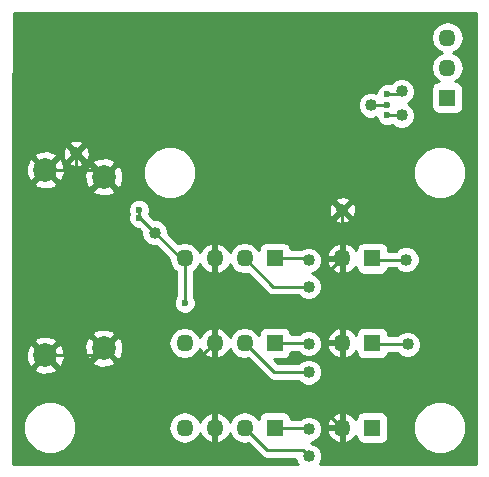
<source format=gbr>
G04 #@! TF.FileFunction,Copper,L2,Bot,Signal*
%FSLAX46Y46*%
G04 Gerber Fmt 4.6, Leading zero omitted, Abs format (unit mm)*
G04 Created by KiCad (PCBNEW 4.0.2-stable) date Monday, September 10, 2018 'AMt' 08:27:29 AM*
%MOMM*%
G01*
G04 APERTURE LIST*
%ADD10C,0.050000*%
%ADD11C,2.000000*%
%ADD12R,1.450000X1.450000*%
%ADD13O,1.450000X1.450000*%
%ADD14C,1.016000*%
%ADD15C,0.600000*%
%ADD16C,0.250000*%
%ADD17C,0.254000*%
G04 APERTURE END LIST*
D10*
D11*
X105032000Y-75970000D03*
X105032000Y-91670000D03*
X109982000Y-76570000D03*
X109982000Y-91070000D03*
D12*
X139065000Y-69850000D03*
D13*
X139065000Y-67310000D03*
X139065000Y-64770000D03*
D12*
X124460000Y-83464400D03*
D13*
X121920000Y-83464400D03*
X119380000Y-83464400D03*
X116840000Y-83464400D03*
D12*
X124460000Y-90627200D03*
D13*
X121920000Y-90627200D03*
X119380000Y-90627200D03*
X116840000Y-90627200D03*
D12*
X124460000Y-97790000D03*
D13*
X121920000Y-97790000D03*
X119380000Y-97790000D03*
X116840000Y-97790000D03*
D12*
X132715000Y-83464400D03*
D13*
X130175000Y-83464400D03*
D12*
X132715000Y-90627200D03*
D13*
X130175000Y-90627200D03*
D12*
X132715000Y-97790000D03*
D13*
X130175000Y-97790000D03*
D14*
X127317500Y-83629500D03*
X127317500Y-85852000D03*
X127317500Y-90678000D03*
X127317500Y-93091000D03*
X127317500Y-97917000D03*
X127317500Y-100203000D03*
X135572500Y-83566000D03*
X135699500Y-90741500D03*
X114300000Y-81280000D03*
X130175000Y-79375000D03*
X135204200Y-71348600D03*
X107645200Y-74574400D03*
X132613400Y-70485000D03*
X135204200Y-69316600D03*
D15*
X108940600Y-83566000D03*
X108940600Y-86563200D03*
X108940600Y-85039200D03*
X108940600Y-80264000D03*
X108940600Y-81076800D03*
X133985000Y-69545200D03*
X133985000Y-70485000D03*
X134003655Y-71350243D03*
X116840000Y-87249000D03*
X112953800Y-79349600D03*
X112953800Y-80060800D03*
D16*
X105032000Y-75970000D02*
X107569000Y-75970000D01*
X107569000Y-75970000D02*
X109382000Y-75970000D01*
X107645200Y-74574400D02*
X107645200Y-75893800D01*
X107645200Y-75893800D02*
X107569000Y-75970000D01*
X130175000Y-81280000D02*
X130175000Y-79375000D01*
X128905000Y-90627200D02*
X128905000Y-96520000D01*
X128905000Y-96520000D02*
X130175000Y-97790000D01*
X130175000Y-90627200D02*
X129149696Y-90627200D01*
X129149696Y-90627200D02*
X128905000Y-90627200D01*
X130175000Y-83464400D02*
X128905000Y-84734400D01*
X128905000Y-84734400D02*
X128905000Y-86995000D01*
X130175000Y-81280000D02*
X130175000Y-83464400D01*
X109982000Y-91070000D02*
X110981999Y-92069999D01*
X118655001Y-91352199D02*
X119380000Y-90627200D01*
X110981999Y-92069999D02*
X117937201Y-92069999D01*
X117937201Y-92069999D02*
X118655001Y-91352199D01*
X119380000Y-86995000D02*
X119380000Y-90627200D01*
X119380000Y-83464400D02*
X119380000Y-86995000D01*
X119380000Y-86995000D02*
X128905000Y-86995000D01*
X128905000Y-86995000D02*
X128905000Y-90627200D01*
X119380000Y-90627200D02*
X119380000Y-91652504D01*
X119380000Y-91652504D02*
X119380000Y-97790000D01*
X108940600Y-81076800D02*
X108940600Y-83566000D01*
X108940600Y-83566000D02*
X108940600Y-85039200D01*
X108940600Y-85039200D02*
X108940600Y-86563200D01*
X108940600Y-86563200D02*
X108940600Y-90028600D01*
X105032000Y-91670000D02*
X109382000Y-91670000D01*
X109382000Y-91670000D02*
X109982000Y-91070000D01*
X108940600Y-90028600D02*
X109982000Y-91070000D01*
X109382000Y-75970000D02*
X109982000Y-76570000D01*
X108940600Y-81076800D02*
X108940600Y-80264000D01*
X108940600Y-80264000D02*
X108940600Y-79878600D01*
X108940600Y-79878600D02*
X105032000Y-75970000D01*
X133985000Y-69545200D02*
X134975600Y-69545200D01*
X134975600Y-69545200D02*
X135204200Y-69316600D01*
X133985000Y-70485000D02*
X132613400Y-70485000D01*
X134003655Y-71350243D02*
X135202557Y-71350243D01*
X135202557Y-71350243D02*
X135204200Y-71348600D01*
X133985000Y-71368898D02*
X134003655Y-71350243D01*
X124460000Y-97790000D02*
X127190500Y-97790000D01*
X127190500Y-97790000D02*
X127317500Y-97917000D01*
X127317500Y-100203000D02*
X126809501Y-99695001D01*
X126809501Y-99695001D02*
X123825001Y-99695001D01*
X123825001Y-99695001D02*
X122644999Y-98514999D01*
X122644999Y-98514999D02*
X121920000Y-97790000D01*
X124460000Y-90627200D02*
X127266700Y-90627200D01*
X127266700Y-90627200D02*
X127317500Y-90678000D01*
X127317500Y-93091000D02*
X124383800Y-93091000D01*
X124383800Y-93091000D02*
X121920000Y-90627200D01*
X124460000Y-83464400D02*
X127152400Y-83464400D01*
X127152400Y-83464400D02*
X127317500Y-83629500D01*
X127317500Y-85852000D02*
X124307600Y-85852000D01*
X124307600Y-85852000D02*
X121920000Y-83464400D01*
X135572500Y-83566000D02*
X132816600Y-83566000D01*
X132816600Y-83566000D02*
X132715000Y-83464400D01*
X135699500Y-90741500D02*
X132829300Y-90741500D01*
X132829300Y-90741500D02*
X132715000Y-90627200D01*
X116840000Y-83464400D02*
X116840000Y-87249000D01*
X114300000Y-81280000D02*
X116484400Y-83464400D01*
X116484400Y-83464400D02*
X116840000Y-83464400D01*
X112953800Y-80060800D02*
X113080800Y-80060800D01*
X113080800Y-80060800D02*
X114300000Y-81280000D01*
X112953800Y-80060800D02*
X112953800Y-79349600D01*
D17*
G36*
X141530000Y-100890000D02*
X128247159Y-100890000D01*
X128285923Y-100851303D01*
X128460301Y-100431354D01*
X128460698Y-99976641D01*
X128287054Y-99556388D01*
X127965803Y-99234577D01*
X127545854Y-99060199D01*
X127543861Y-99060197D01*
X127964112Y-98886554D01*
X128285923Y-98565303D01*
X128460301Y-98145354D01*
X128460316Y-98127258D01*
X128857481Y-98127258D01*
X129004887Y-98483157D01*
X129359216Y-98878176D01*
X129837741Y-99107530D01*
X130048000Y-98985318D01*
X130048000Y-97917000D01*
X128980482Y-97917000D01*
X128857481Y-98127258D01*
X128460316Y-98127258D01*
X128460698Y-97690641D01*
X128362401Y-97452742D01*
X128857481Y-97452742D01*
X128980482Y-97663000D01*
X130048000Y-97663000D01*
X130048000Y-96594682D01*
X130302000Y-96594682D01*
X130302000Y-97663000D01*
X130322000Y-97663000D01*
X130322000Y-97917000D01*
X130302000Y-97917000D01*
X130302000Y-98985318D01*
X130512259Y-99107530D01*
X130990784Y-98878176D01*
X131342560Y-98486003D01*
X131342560Y-98515000D01*
X131386838Y-98750317D01*
X131525910Y-98966441D01*
X131738110Y-99111431D01*
X131990000Y-99162440D01*
X133440000Y-99162440D01*
X133675317Y-99118162D01*
X133891441Y-98979090D01*
X134036431Y-98766890D01*
X134087440Y-98515000D01*
X134087440Y-98232619D01*
X136194613Y-98232619D01*
X136534155Y-99054372D01*
X137162321Y-99683636D01*
X137983481Y-100024611D01*
X138872619Y-100025387D01*
X139694372Y-99685845D01*
X140323636Y-99057679D01*
X140664611Y-98236519D01*
X140665387Y-97347381D01*
X140325845Y-96525628D01*
X139697679Y-95896364D01*
X138876519Y-95555389D01*
X137987381Y-95554613D01*
X137165628Y-95894155D01*
X136536364Y-96522321D01*
X136195389Y-97343481D01*
X136194613Y-98232619D01*
X134087440Y-98232619D01*
X134087440Y-97065000D01*
X134043162Y-96829683D01*
X133904090Y-96613559D01*
X133691890Y-96468569D01*
X133440000Y-96417560D01*
X131990000Y-96417560D01*
X131754683Y-96461838D01*
X131538559Y-96600910D01*
X131393569Y-96813110D01*
X131342560Y-97065000D01*
X131342560Y-97093997D01*
X130990784Y-96701824D01*
X130512259Y-96472470D01*
X130302000Y-96594682D01*
X130048000Y-96594682D01*
X129837741Y-96472470D01*
X129359216Y-96701824D01*
X129004887Y-97096843D01*
X128857481Y-97452742D01*
X128362401Y-97452742D01*
X128287054Y-97270388D01*
X127965803Y-96948577D01*
X127545854Y-96774199D01*
X127091141Y-96773802D01*
X126670888Y-96947446D01*
X126588190Y-97030000D01*
X125825854Y-97030000D01*
X125788162Y-96829683D01*
X125649090Y-96613559D01*
X125436890Y-96468569D01*
X125185000Y-96417560D01*
X123735000Y-96417560D01*
X123499683Y-96461838D01*
X123283559Y-96600910D01*
X123138569Y-96813110D01*
X123087560Y-97065000D01*
X123087560Y-97096603D01*
X122908309Y-96828335D01*
X122467093Y-96533524D01*
X121946644Y-96430000D01*
X121893356Y-96430000D01*
X121372907Y-96533524D01*
X120931691Y-96828335D01*
X120636880Y-97269551D01*
X120631937Y-97294400D01*
X120550113Y-97096843D01*
X120195784Y-96701824D01*
X119717259Y-96472470D01*
X119507000Y-96594682D01*
X119507000Y-97663000D01*
X119527000Y-97663000D01*
X119527000Y-97917000D01*
X119507000Y-97917000D01*
X119507000Y-98985318D01*
X119717259Y-99107530D01*
X120195784Y-98878176D01*
X120550113Y-98483157D01*
X120631937Y-98285600D01*
X120636880Y-98310449D01*
X120931691Y-98751665D01*
X121372907Y-99046476D01*
X121893356Y-99150000D01*
X121946644Y-99150000D01*
X122162301Y-99107103D01*
X123287600Y-100232402D01*
X123534162Y-100397149D01*
X123825001Y-100455001D01*
X126184897Y-100455001D01*
X126347946Y-100849612D01*
X126388264Y-100890000D01*
X102310000Y-100890000D01*
X102310000Y-98232619D01*
X103174613Y-98232619D01*
X103514155Y-99054372D01*
X104142321Y-99683636D01*
X104963481Y-100024611D01*
X105852619Y-100025387D01*
X106674372Y-99685845D01*
X107303636Y-99057679D01*
X107644611Y-98236519D01*
X107645000Y-97790000D01*
X115453356Y-97790000D01*
X115556880Y-98310449D01*
X115851691Y-98751665D01*
X116292907Y-99046476D01*
X116813356Y-99150000D01*
X116866644Y-99150000D01*
X117387093Y-99046476D01*
X117828309Y-98751665D01*
X118123120Y-98310449D01*
X118128063Y-98285600D01*
X118209887Y-98483157D01*
X118564216Y-98878176D01*
X119042741Y-99107530D01*
X119253000Y-98985318D01*
X119253000Y-97917000D01*
X119233000Y-97917000D01*
X119233000Y-97663000D01*
X119253000Y-97663000D01*
X119253000Y-96594682D01*
X119042741Y-96472470D01*
X118564216Y-96701824D01*
X118209887Y-97096843D01*
X118128063Y-97294400D01*
X118123120Y-97269551D01*
X117828309Y-96828335D01*
X117387093Y-96533524D01*
X116866644Y-96430000D01*
X116813356Y-96430000D01*
X116292907Y-96533524D01*
X115851691Y-96828335D01*
X115556880Y-97269551D01*
X115453356Y-97790000D01*
X107645000Y-97790000D01*
X107645387Y-97347381D01*
X107305845Y-96525628D01*
X106677679Y-95896364D01*
X105856519Y-95555389D01*
X104967381Y-95554613D01*
X104145628Y-95894155D01*
X103516364Y-96522321D01*
X103175389Y-97343481D01*
X103174613Y-98232619D01*
X102310000Y-98232619D01*
X102310000Y-92822532D01*
X104059073Y-92822532D01*
X104157736Y-93089387D01*
X104767461Y-93315908D01*
X105417460Y-93291856D01*
X105906264Y-93089387D01*
X106004927Y-92822532D01*
X105032000Y-91849605D01*
X104059073Y-92822532D01*
X102310000Y-92822532D01*
X102310000Y-91405461D01*
X103386092Y-91405461D01*
X103410144Y-92055460D01*
X103612613Y-92544264D01*
X103879468Y-92642927D01*
X104852395Y-91670000D01*
X105211605Y-91670000D01*
X106184532Y-92642927D01*
X106451387Y-92544264D01*
X106570914Y-92222532D01*
X109009073Y-92222532D01*
X109107736Y-92489387D01*
X109717461Y-92715908D01*
X110367460Y-92691856D01*
X110856264Y-92489387D01*
X110954927Y-92222532D01*
X109982000Y-91249605D01*
X109009073Y-92222532D01*
X106570914Y-92222532D01*
X106677908Y-91934539D01*
X106653856Y-91284540D01*
X106455416Y-90805461D01*
X108336092Y-90805461D01*
X108360144Y-91455460D01*
X108562613Y-91944264D01*
X108829468Y-92042927D01*
X109802395Y-91070000D01*
X110161605Y-91070000D01*
X111134532Y-92042927D01*
X111401387Y-91944264D01*
X111627908Y-91334539D01*
X111603856Y-90684540D01*
X111580106Y-90627200D01*
X115453356Y-90627200D01*
X115556880Y-91147649D01*
X115851691Y-91588865D01*
X116292907Y-91883676D01*
X116813356Y-91987200D01*
X116866644Y-91987200D01*
X117387093Y-91883676D01*
X117828309Y-91588865D01*
X118123120Y-91147649D01*
X118128063Y-91122800D01*
X118209887Y-91320357D01*
X118564216Y-91715376D01*
X119042741Y-91944730D01*
X119253000Y-91822518D01*
X119253000Y-90754200D01*
X119233000Y-90754200D01*
X119233000Y-90500200D01*
X119253000Y-90500200D01*
X119253000Y-89431882D01*
X119507000Y-89431882D01*
X119507000Y-90500200D01*
X119527000Y-90500200D01*
X119527000Y-90754200D01*
X119507000Y-90754200D01*
X119507000Y-91822518D01*
X119717259Y-91944730D01*
X120195784Y-91715376D01*
X120550113Y-91320357D01*
X120631937Y-91122800D01*
X120636880Y-91147649D01*
X120931691Y-91588865D01*
X121372907Y-91883676D01*
X121893356Y-91987200D01*
X121946644Y-91987200D01*
X122162301Y-91944303D01*
X123846399Y-93628401D01*
X124092960Y-93793148D01*
X124383800Y-93851000D01*
X126461137Y-93851000D01*
X126669197Y-94059423D01*
X127089146Y-94233801D01*
X127543859Y-94234198D01*
X127964112Y-94060554D01*
X128285923Y-93739303D01*
X128460301Y-93319354D01*
X128460698Y-92864641D01*
X128287054Y-92444388D01*
X127965803Y-92122577D01*
X127545854Y-91948199D01*
X127091141Y-91947802D01*
X126670888Y-92121446D01*
X126460969Y-92331000D01*
X124698602Y-92331000D01*
X124367242Y-91999640D01*
X125185000Y-91999640D01*
X125420317Y-91955362D01*
X125636441Y-91816290D01*
X125781431Y-91604090D01*
X125825352Y-91387200D01*
X126410425Y-91387200D01*
X126669197Y-91646423D01*
X127089146Y-91820801D01*
X127543859Y-91821198D01*
X127964112Y-91647554D01*
X128285923Y-91326303D01*
X128436174Y-90964458D01*
X128857481Y-90964458D01*
X129004887Y-91320357D01*
X129359216Y-91715376D01*
X129837741Y-91944730D01*
X130048000Y-91822518D01*
X130048000Y-90754200D01*
X128980482Y-90754200D01*
X128857481Y-90964458D01*
X128436174Y-90964458D01*
X128460301Y-90906354D01*
X128460698Y-90451641D01*
X128393886Y-90289942D01*
X128857481Y-90289942D01*
X128980482Y-90500200D01*
X130048000Y-90500200D01*
X130048000Y-89431882D01*
X130302000Y-89431882D01*
X130302000Y-90500200D01*
X130322000Y-90500200D01*
X130322000Y-90754200D01*
X130302000Y-90754200D01*
X130302000Y-91822518D01*
X130512259Y-91944730D01*
X130990784Y-91715376D01*
X131342560Y-91323203D01*
X131342560Y-91352200D01*
X131386838Y-91587517D01*
X131525910Y-91803641D01*
X131738110Y-91948631D01*
X131990000Y-91999640D01*
X133440000Y-91999640D01*
X133675317Y-91955362D01*
X133891441Y-91816290D01*
X134036431Y-91604090D01*
X134057206Y-91501500D01*
X134843137Y-91501500D01*
X135051197Y-91709923D01*
X135471146Y-91884301D01*
X135925859Y-91884698D01*
X136346112Y-91711054D01*
X136667923Y-91389803D01*
X136842301Y-90969854D01*
X136842698Y-90515141D01*
X136669054Y-90094888D01*
X136347803Y-89773077D01*
X135927854Y-89598699D01*
X135473141Y-89598302D01*
X135052888Y-89771946D01*
X134842969Y-89981500D01*
X134087440Y-89981500D01*
X134087440Y-89902200D01*
X134043162Y-89666883D01*
X133904090Y-89450759D01*
X133691890Y-89305769D01*
X133440000Y-89254760D01*
X131990000Y-89254760D01*
X131754683Y-89299038D01*
X131538559Y-89438110D01*
X131393569Y-89650310D01*
X131342560Y-89902200D01*
X131342560Y-89931197D01*
X130990784Y-89539024D01*
X130512259Y-89309670D01*
X130302000Y-89431882D01*
X130048000Y-89431882D01*
X129837741Y-89309670D01*
X129359216Y-89539024D01*
X129004887Y-89934043D01*
X128857481Y-90289942D01*
X128393886Y-90289942D01*
X128287054Y-90031388D01*
X127965803Y-89709577D01*
X127545854Y-89535199D01*
X127091141Y-89534802D01*
X126670888Y-89708446D01*
X126511857Y-89867200D01*
X125825854Y-89867200D01*
X125788162Y-89666883D01*
X125649090Y-89450759D01*
X125436890Y-89305769D01*
X125185000Y-89254760D01*
X123735000Y-89254760D01*
X123499683Y-89299038D01*
X123283559Y-89438110D01*
X123138569Y-89650310D01*
X123087560Y-89902200D01*
X123087560Y-89933803D01*
X122908309Y-89665535D01*
X122467093Y-89370724D01*
X121946644Y-89267200D01*
X121893356Y-89267200D01*
X121372907Y-89370724D01*
X120931691Y-89665535D01*
X120636880Y-90106751D01*
X120631937Y-90131600D01*
X120550113Y-89934043D01*
X120195784Y-89539024D01*
X119717259Y-89309670D01*
X119507000Y-89431882D01*
X119253000Y-89431882D01*
X119042741Y-89309670D01*
X118564216Y-89539024D01*
X118209887Y-89934043D01*
X118128063Y-90131600D01*
X118123120Y-90106751D01*
X117828309Y-89665535D01*
X117387093Y-89370724D01*
X116866644Y-89267200D01*
X116813356Y-89267200D01*
X116292907Y-89370724D01*
X115851691Y-89665535D01*
X115556880Y-90106751D01*
X115453356Y-90627200D01*
X111580106Y-90627200D01*
X111401387Y-90195736D01*
X111134532Y-90097073D01*
X110161605Y-91070000D01*
X109802395Y-91070000D01*
X108829468Y-90097073D01*
X108562613Y-90195736D01*
X108336092Y-90805461D01*
X106455416Y-90805461D01*
X106451387Y-90795736D01*
X106184532Y-90697073D01*
X105211605Y-91670000D01*
X104852395Y-91670000D01*
X103879468Y-90697073D01*
X103612613Y-90795736D01*
X103386092Y-91405461D01*
X102310000Y-91405461D01*
X102310000Y-90517468D01*
X104059073Y-90517468D01*
X105032000Y-91490395D01*
X106004927Y-90517468D01*
X105906264Y-90250613D01*
X105296539Y-90024092D01*
X104646540Y-90048144D01*
X104157736Y-90250613D01*
X104059073Y-90517468D01*
X102310000Y-90517468D01*
X102310000Y-89917468D01*
X109009073Y-89917468D01*
X109982000Y-90890395D01*
X110954927Y-89917468D01*
X110856264Y-89650613D01*
X110246539Y-89424092D01*
X109596540Y-89448144D01*
X109107736Y-89650613D01*
X109009073Y-89917468D01*
X102310000Y-89917468D01*
X102310000Y-79534767D01*
X112018638Y-79534767D01*
X112089057Y-79705194D01*
X112018962Y-79874001D01*
X112018638Y-80245967D01*
X112160683Y-80589743D01*
X112423473Y-80852992D01*
X112767001Y-80995638D01*
X112940988Y-80995790D01*
X113157059Y-81211861D01*
X113156802Y-81506359D01*
X113330446Y-81926612D01*
X113651697Y-82248423D01*
X114071646Y-82422801D01*
X114368258Y-82423060D01*
X115464221Y-83519023D01*
X115556880Y-83984849D01*
X115851691Y-84426065D01*
X116080000Y-84578616D01*
X116080000Y-86686537D01*
X116047808Y-86718673D01*
X115905162Y-87062201D01*
X115904838Y-87434167D01*
X116046883Y-87777943D01*
X116309673Y-88041192D01*
X116653201Y-88183838D01*
X117025167Y-88184162D01*
X117368943Y-88042117D01*
X117632192Y-87779327D01*
X117774838Y-87435799D01*
X117775162Y-87063833D01*
X117633117Y-86720057D01*
X117600000Y-86686882D01*
X117600000Y-84578616D01*
X117828309Y-84426065D01*
X118123120Y-83984849D01*
X118128063Y-83960000D01*
X118209887Y-84157557D01*
X118564216Y-84552576D01*
X119042741Y-84781930D01*
X119253000Y-84659718D01*
X119253000Y-83591400D01*
X119233000Y-83591400D01*
X119233000Y-83337400D01*
X119253000Y-83337400D01*
X119253000Y-82269082D01*
X119507000Y-82269082D01*
X119507000Y-83337400D01*
X119527000Y-83337400D01*
X119527000Y-83591400D01*
X119507000Y-83591400D01*
X119507000Y-84659718D01*
X119717259Y-84781930D01*
X120195784Y-84552576D01*
X120550113Y-84157557D01*
X120631937Y-83960000D01*
X120636880Y-83984849D01*
X120931691Y-84426065D01*
X121372907Y-84720876D01*
X121893356Y-84824400D01*
X121946644Y-84824400D01*
X122162301Y-84781503D01*
X123770199Y-86389401D01*
X124016760Y-86554148D01*
X124307600Y-86612000D01*
X126461137Y-86612000D01*
X126669197Y-86820423D01*
X127089146Y-86994801D01*
X127543859Y-86995198D01*
X127964112Y-86821554D01*
X128285923Y-86500303D01*
X128460301Y-86080354D01*
X128460698Y-85625641D01*
X128287054Y-85205388D01*
X127965803Y-84883577D01*
X127621509Y-84740614D01*
X127964112Y-84599054D01*
X128285923Y-84277803D01*
X128460301Y-83857854D01*
X128460350Y-83801658D01*
X128857481Y-83801658D01*
X129004887Y-84157557D01*
X129359216Y-84552576D01*
X129837741Y-84781930D01*
X130048000Y-84659718D01*
X130048000Y-83591400D01*
X128980482Y-83591400D01*
X128857481Y-83801658D01*
X128460350Y-83801658D01*
X128460698Y-83403141D01*
X128346659Y-83127142D01*
X128857481Y-83127142D01*
X128980482Y-83337400D01*
X130048000Y-83337400D01*
X130048000Y-82269082D01*
X130302000Y-82269082D01*
X130302000Y-83337400D01*
X130322000Y-83337400D01*
X130322000Y-83591400D01*
X130302000Y-83591400D01*
X130302000Y-84659718D01*
X130512259Y-84781930D01*
X130990784Y-84552576D01*
X131342560Y-84160403D01*
X131342560Y-84189400D01*
X131386838Y-84424717D01*
X131525910Y-84640841D01*
X131738110Y-84785831D01*
X131990000Y-84836840D01*
X133440000Y-84836840D01*
X133675317Y-84792562D01*
X133891441Y-84653490D01*
X134036431Y-84441290D01*
X134059778Y-84326000D01*
X134716137Y-84326000D01*
X134924197Y-84534423D01*
X135344146Y-84708801D01*
X135798859Y-84709198D01*
X136219112Y-84535554D01*
X136540923Y-84214303D01*
X136715301Y-83794354D01*
X136715698Y-83339641D01*
X136542054Y-82919388D01*
X136220803Y-82597577D01*
X135800854Y-82423199D01*
X135346141Y-82422802D01*
X134925888Y-82596446D01*
X134715969Y-82806000D01*
X134087440Y-82806000D01*
X134087440Y-82739400D01*
X134043162Y-82504083D01*
X133904090Y-82287959D01*
X133691890Y-82142969D01*
X133440000Y-82091960D01*
X131990000Y-82091960D01*
X131754683Y-82136238D01*
X131538559Y-82275310D01*
X131393569Y-82487510D01*
X131342560Y-82739400D01*
X131342560Y-82768397D01*
X130990784Y-82376224D01*
X130512259Y-82146870D01*
X130302000Y-82269082D01*
X130048000Y-82269082D01*
X129837741Y-82146870D01*
X129359216Y-82376224D01*
X129004887Y-82771243D01*
X128857481Y-83127142D01*
X128346659Y-83127142D01*
X128287054Y-82982888D01*
X127965803Y-82661077D01*
X127545854Y-82486699D01*
X127091141Y-82486302D01*
X126670888Y-82659946D01*
X126626357Y-82704400D01*
X125825854Y-82704400D01*
X125788162Y-82504083D01*
X125649090Y-82287959D01*
X125436890Y-82142969D01*
X125185000Y-82091960D01*
X123735000Y-82091960D01*
X123499683Y-82136238D01*
X123283559Y-82275310D01*
X123138569Y-82487510D01*
X123087560Y-82739400D01*
X123087560Y-82771003D01*
X122908309Y-82502735D01*
X122467093Y-82207924D01*
X121946644Y-82104400D01*
X121893356Y-82104400D01*
X121372907Y-82207924D01*
X120931691Y-82502735D01*
X120636880Y-82943951D01*
X120631937Y-82968800D01*
X120550113Y-82771243D01*
X120195784Y-82376224D01*
X119717259Y-82146870D01*
X119507000Y-82269082D01*
X119253000Y-82269082D01*
X119042741Y-82146870D01*
X118564216Y-82376224D01*
X118209887Y-82771243D01*
X118128063Y-82968800D01*
X118123120Y-82943951D01*
X117828309Y-82502735D01*
X117387093Y-82207924D01*
X116866644Y-82104400D01*
X116813356Y-82104400D01*
X116301097Y-82206295D01*
X115442941Y-81348139D01*
X115443198Y-81053641D01*
X115269554Y-80633388D01*
X114948303Y-80311577D01*
X114609561Y-80170919D01*
X129558686Y-80170919D01*
X129596824Y-80386856D01*
X130028055Y-80531091D01*
X130481657Y-80499322D01*
X130753176Y-80386856D01*
X130791314Y-80170919D01*
X130175000Y-79554605D01*
X129558686Y-80170919D01*
X114609561Y-80170919D01*
X114528354Y-80137199D01*
X114231742Y-80136940D01*
X113831594Y-79736792D01*
X113818543Y-79705206D01*
X113888638Y-79536399D01*
X113888906Y-79228055D01*
X129018909Y-79228055D01*
X129050678Y-79681657D01*
X129163144Y-79953176D01*
X129379081Y-79991314D01*
X129995395Y-79375000D01*
X130354605Y-79375000D01*
X130970919Y-79991314D01*
X131186856Y-79953176D01*
X131331091Y-79521945D01*
X131299322Y-79068343D01*
X131186856Y-78796824D01*
X130970919Y-78758686D01*
X130354605Y-79375000D01*
X129995395Y-79375000D01*
X129379081Y-78758686D01*
X129163144Y-78796824D01*
X129018909Y-79228055D01*
X113888906Y-79228055D01*
X113888962Y-79164433D01*
X113746917Y-78820657D01*
X113505763Y-78579081D01*
X129558686Y-78579081D01*
X130175000Y-79195395D01*
X130791314Y-78579081D01*
X130753176Y-78363144D01*
X130321945Y-78218909D01*
X129868343Y-78250678D01*
X129596824Y-78363144D01*
X129558686Y-78579081D01*
X113505763Y-78579081D01*
X113484127Y-78557408D01*
X113140599Y-78414762D01*
X112768633Y-78414438D01*
X112424857Y-78556483D01*
X112161608Y-78819273D01*
X112018962Y-79162801D01*
X112018638Y-79534767D01*
X102310000Y-79534767D01*
X102310000Y-78292167D01*
X102311873Y-77722532D01*
X109009073Y-77722532D01*
X109107736Y-77989387D01*
X109717461Y-78215908D01*
X110367460Y-78191856D01*
X110856264Y-77989387D01*
X110954927Y-77722532D01*
X109982000Y-76749605D01*
X109009073Y-77722532D01*
X102311873Y-77722532D01*
X102313847Y-77122532D01*
X104059073Y-77122532D01*
X104157736Y-77389387D01*
X104767461Y-77615908D01*
X105417460Y-77591856D01*
X105906264Y-77389387D01*
X106004927Y-77122532D01*
X105032000Y-76149605D01*
X104059073Y-77122532D01*
X102313847Y-77122532D01*
X102318508Y-75705461D01*
X103386092Y-75705461D01*
X103410144Y-76355460D01*
X103612613Y-76844264D01*
X103879468Y-76942927D01*
X104852395Y-75970000D01*
X105211605Y-75970000D01*
X106184532Y-76942927D01*
X106451387Y-76844264D01*
X106651559Y-76305461D01*
X108336092Y-76305461D01*
X108360144Y-76955460D01*
X108562613Y-77444264D01*
X108829468Y-77542927D01*
X109802395Y-76570000D01*
X110161605Y-76570000D01*
X111134532Y-77542927D01*
X111401387Y-77444264D01*
X111627908Y-76834539D01*
X111620807Y-76642619D01*
X113334613Y-76642619D01*
X113674155Y-77464372D01*
X114302321Y-78093636D01*
X115123481Y-78434611D01*
X116012619Y-78435387D01*
X116834372Y-78095845D01*
X117463636Y-77467679D01*
X117804611Y-76646519D01*
X117804614Y-76642619D01*
X136194613Y-76642619D01*
X136534155Y-77464372D01*
X137162321Y-78093636D01*
X137983481Y-78434611D01*
X138872619Y-78435387D01*
X139694372Y-78095845D01*
X140323636Y-77467679D01*
X140664611Y-76646519D01*
X140665387Y-75757381D01*
X140325845Y-74935628D01*
X139697679Y-74306364D01*
X138876519Y-73965389D01*
X137987381Y-73964613D01*
X137165628Y-74304155D01*
X136536364Y-74932321D01*
X136195389Y-75753481D01*
X136194613Y-76642619D01*
X117804614Y-76642619D01*
X117805387Y-75757381D01*
X117465845Y-74935628D01*
X116837679Y-74306364D01*
X116016519Y-73965389D01*
X115127381Y-73964613D01*
X114305628Y-74304155D01*
X113676364Y-74932321D01*
X113335389Y-75753481D01*
X113334613Y-76642619D01*
X111620807Y-76642619D01*
X111603856Y-76184540D01*
X111401387Y-75695736D01*
X111134532Y-75597073D01*
X110161605Y-76570000D01*
X109802395Y-76570000D01*
X108829468Y-75597073D01*
X108562613Y-75695736D01*
X108336092Y-76305461D01*
X106651559Y-76305461D01*
X106677908Y-76234539D01*
X106653856Y-75584540D01*
X106565123Y-75370319D01*
X107028886Y-75370319D01*
X107067024Y-75586256D01*
X107498255Y-75730491D01*
X107951857Y-75698722D01*
X108223376Y-75586256D01*
X108253186Y-75417468D01*
X109009073Y-75417468D01*
X109982000Y-76390395D01*
X110954927Y-75417468D01*
X110856264Y-75150613D01*
X110246539Y-74924092D01*
X109596540Y-74948144D01*
X109107736Y-75150613D01*
X109009073Y-75417468D01*
X108253186Y-75417468D01*
X108261514Y-75370319D01*
X107645200Y-74754005D01*
X107028886Y-75370319D01*
X106565123Y-75370319D01*
X106451387Y-75095736D01*
X106184532Y-74997073D01*
X105211605Y-75970000D01*
X104852395Y-75970000D01*
X103879468Y-74997073D01*
X103612613Y-75095736D01*
X103386092Y-75705461D01*
X102318508Y-75705461D01*
X102321429Y-74817468D01*
X104059073Y-74817468D01*
X105032000Y-75790395D01*
X106004927Y-74817468D01*
X105906264Y-74550613D01*
X105574761Y-74427455D01*
X106489109Y-74427455D01*
X106520878Y-74881057D01*
X106633344Y-75152576D01*
X106849281Y-75190714D01*
X107465595Y-74574400D01*
X107824805Y-74574400D01*
X108441119Y-75190714D01*
X108657056Y-75152576D01*
X108801291Y-74721345D01*
X108769522Y-74267743D01*
X108657056Y-73996224D01*
X108441119Y-73958086D01*
X107824805Y-74574400D01*
X107465595Y-74574400D01*
X106849281Y-73958086D01*
X106633344Y-73996224D01*
X106489109Y-74427455D01*
X105574761Y-74427455D01*
X105296539Y-74324092D01*
X104646540Y-74348144D01*
X104157736Y-74550613D01*
X104059073Y-74817468D01*
X102321429Y-74817468D01*
X102324846Y-73778481D01*
X107028886Y-73778481D01*
X107645200Y-74394795D01*
X108261514Y-73778481D01*
X108223376Y-73562544D01*
X107792145Y-73418309D01*
X107338543Y-73450078D01*
X107067024Y-73562544D01*
X107028886Y-73778481D01*
X102324846Y-73778481D01*
X102334935Y-70711359D01*
X131470202Y-70711359D01*
X131643846Y-71131612D01*
X131965097Y-71453423D01*
X132385046Y-71627801D01*
X132839759Y-71628198D01*
X133068495Y-71533687D01*
X133068493Y-71535410D01*
X133210538Y-71879186D01*
X133473328Y-72142435D01*
X133816856Y-72285081D01*
X134188822Y-72285405D01*
X134426357Y-72187258D01*
X134555897Y-72317023D01*
X134975846Y-72491401D01*
X135430559Y-72491798D01*
X135850812Y-72318154D01*
X136172623Y-71996903D01*
X136347001Y-71576954D01*
X136347398Y-71122241D01*
X136173754Y-70701988D01*
X135852503Y-70380177D01*
X135738164Y-70332699D01*
X135850812Y-70286154D01*
X136172623Y-69964903D01*
X136347001Y-69544954D01*
X136347398Y-69090241D01*
X136173754Y-68669988D01*
X135852503Y-68348177D01*
X135432554Y-68173799D01*
X134977841Y-68173402D01*
X134557588Y-68347046D01*
X134257969Y-68646143D01*
X134171799Y-68610362D01*
X133799833Y-68610038D01*
X133456057Y-68752083D01*
X133192808Y-69014873D01*
X133050162Y-69358401D01*
X133050101Y-69428712D01*
X132841754Y-69342199D01*
X132387041Y-69341802D01*
X131966788Y-69515446D01*
X131644977Y-69836697D01*
X131470599Y-70256646D01*
X131470202Y-70711359D01*
X102334935Y-70711359D01*
X102354480Y-64770000D01*
X137678356Y-64770000D01*
X137781880Y-65290449D01*
X138076691Y-65731665D01*
X138517907Y-66026476D01*
X138585897Y-66040000D01*
X138517907Y-66053524D01*
X138076691Y-66348335D01*
X137781880Y-66789551D01*
X137678356Y-67310000D01*
X137781880Y-67830449D01*
X138076691Y-68271665D01*
X138384835Y-68477560D01*
X138340000Y-68477560D01*
X138104683Y-68521838D01*
X137888559Y-68660910D01*
X137743569Y-68873110D01*
X137692560Y-69125000D01*
X137692560Y-70575000D01*
X137736838Y-70810317D01*
X137875910Y-71026441D01*
X138088110Y-71171431D01*
X138340000Y-71222440D01*
X139790000Y-71222440D01*
X140025317Y-71178162D01*
X140241441Y-71039090D01*
X140386431Y-70826890D01*
X140437440Y-70575000D01*
X140437440Y-69125000D01*
X140393162Y-68889683D01*
X140254090Y-68673559D01*
X140041890Y-68528569D01*
X139790000Y-68477560D01*
X139745165Y-68477560D01*
X140053309Y-68271665D01*
X140348120Y-67830449D01*
X140451644Y-67310000D01*
X140348120Y-66789551D01*
X140053309Y-66348335D01*
X139612093Y-66053524D01*
X139544103Y-66040000D01*
X139612093Y-66026476D01*
X140053309Y-65731665D01*
X140348120Y-65290449D01*
X140451644Y-64770000D01*
X140348120Y-64249551D01*
X140053309Y-63808335D01*
X139612093Y-63513524D01*
X139091644Y-63410000D01*
X139038356Y-63410000D01*
X138517907Y-63513524D01*
X138076691Y-63808335D01*
X137781880Y-64249551D01*
X137678356Y-64770000D01*
X102354480Y-64770000D01*
X102361336Y-62686000D01*
X141530000Y-62686000D01*
X141530000Y-100890000D01*
X141530000Y-100890000D01*
G37*
X141530000Y-100890000D02*
X128247159Y-100890000D01*
X128285923Y-100851303D01*
X128460301Y-100431354D01*
X128460698Y-99976641D01*
X128287054Y-99556388D01*
X127965803Y-99234577D01*
X127545854Y-99060199D01*
X127543861Y-99060197D01*
X127964112Y-98886554D01*
X128285923Y-98565303D01*
X128460301Y-98145354D01*
X128460316Y-98127258D01*
X128857481Y-98127258D01*
X129004887Y-98483157D01*
X129359216Y-98878176D01*
X129837741Y-99107530D01*
X130048000Y-98985318D01*
X130048000Y-97917000D01*
X128980482Y-97917000D01*
X128857481Y-98127258D01*
X128460316Y-98127258D01*
X128460698Y-97690641D01*
X128362401Y-97452742D01*
X128857481Y-97452742D01*
X128980482Y-97663000D01*
X130048000Y-97663000D01*
X130048000Y-96594682D01*
X130302000Y-96594682D01*
X130302000Y-97663000D01*
X130322000Y-97663000D01*
X130322000Y-97917000D01*
X130302000Y-97917000D01*
X130302000Y-98985318D01*
X130512259Y-99107530D01*
X130990784Y-98878176D01*
X131342560Y-98486003D01*
X131342560Y-98515000D01*
X131386838Y-98750317D01*
X131525910Y-98966441D01*
X131738110Y-99111431D01*
X131990000Y-99162440D01*
X133440000Y-99162440D01*
X133675317Y-99118162D01*
X133891441Y-98979090D01*
X134036431Y-98766890D01*
X134087440Y-98515000D01*
X134087440Y-98232619D01*
X136194613Y-98232619D01*
X136534155Y-99054372D01*
X137162321Y-99683636D01*
X137983481Y-100024611D01*
X138872619Y-100025387D01*
X139694372Y-99685845D01*
X140323636Y-99057679D01*
X140664611Y-98236519D01*
X140665387Y-97347381D01*
X140325845Y-96525628D01*
X139697679Y-95896364D01*
X138876519Y-95555389D01*
X137987381Y-95554613D01*
X137165628Y-95894155D01*
X136536364Y-96522321D01*
X136195389Y-97343481D01*
X136194613Y-98232619D01*
X134087440Y-98232619D01*
X134087440Y-97065000D01*
X134043162Y-96829683D01*
X133904090Y-96613559D01*
X133691890Y-96468569D01*
X133440000Y-96417560D01*
X131990000Y-96417560D01*
X131754683Y-96461838D01*
X131538559Y-96600910D01*
X131393569Y-96813110D01*
X131342560Y-97065000D01*
X131342560Y-97093997D01*
X130990784Y-96701824D01*
X130512259Y-96472470D01*
X130302000Y-96594682D01*
X130048000Y-96594682D01*
X129837741Y-96472470D01*
X129359216Y-96701824D01*
X129004887Y-97096843D01*
X128857481Y-97452742D01*
X128362401Y-97452742D01*
X128287054Y-97270388D01*
X127965803Y-96948577D01*
X127545854Y-96774199D01*
X127091141Y-96773802D01*
X126670888Y-96947446D01*
X126588190Y-97030000D01*
X125825854Y-97030000D01*
X125788162Y-96829683D01*
X125649090Y-96613559D01*
X125436890Y-96468569D01*
X125185000Y-96417560D01*
X123735000Y-96417560D01*
X123499683Y-96461838D01*
X123283559Y-96600910D01*
X123138569Y-96813110D01*
X123087560Y-97065000D01*
X123087560Y-97096603D01*
X122908309Y-96828335D01*
X122467093Y-96533524D01*
X121946644Y-96430000D01*
X121893356Y-96430000D01*
X121372907Y-96533524D01*
X120931691Y-96828335D01*
X120636880Y-97269551D01*
X120631937Y-97294400D01*
X120550113Y-97096843D01*
X120195784Y-96701824D01*
X119717259Y-96472470D01*
X119507000Y-96594682D01*
X119507000Y-97663000D01*
X119527000Y-97663000D01*
X119527000Y-97917000D01*
X119507000Y-97917000D01*
X119507000Y-98985318D01*
X119717259Y-99107530D01*
X120195784Y-98878176D01*
X120550113Y-98483157D01*
X120631937Y-98285600D01*
X120636880Y-98310449D01*
X120931691Y-98751665D01*
X121372907Y-99046476D01*
X121893356Y-99150000D01*
X121946644Y-99150000D01*
X122162301Y-99107103D01*
X123287600Y-100232402D01*
X123534162Y-100397149D01*
X123825001Y-100455001D01*
X126184897Y-100455001D01*
X126347946Y-100849612D01*
X126388264Y-100890000D01*
X102310000Y-100890000D01*
X102310000Y-98232619D01*
X103174613Y-98232619D01*
X103514155Y-99054372D01*
X104142321Y-99683636D01*
X104963481Y-100024611D01*
X105852619Y-100025387D01*
X106674372Y-99685845D01*
X107303636Y-99057679D01*
X107644611Y-98236519D01*
X107645000Y-97790000D01*
X115453356Y-97790000D01*
X115556880Y-98310449D01*
X115851691Y-98751665D01*
X116292907Y-99046476D01*
X116813356Y-99150000D01*
X116866644Y-99150000D01*
X117387093Y-99046476D01*
X117828309Y-98751665D01*
X118123120Y-98310449D01*
X118128063Y-98285600D01*
X118209887Y-98483157D01*
X118564216Y-98878176D01*
X119042741Y-99107530D01*
X119253000Y-98985318D01*
X119253000Y-97917000D01*
X119233000Y-97917000D01*
X119233000Y-97663000D01*
X119253000Y-97663000D01*
X119253000Y-96594682D01*
X119042741Y-96472470D01*
X118564216Y-96701824D01*
X118209887Y-97096843D01*
X118128063Y-97294400D01*
X118123120Y-97269551D01*
X117828309Y-96828335D01*
X117387093Y-96533524D01*
X116866644Y-96430000D01*
X116813356Y-96430000D01*
X116292907Y-96533524D01*
X115851691Y-96828335D01*
X115556880Y-97269551D01*
X115453356Y-97790000D01*
X107645000Y-97790000D01*
X107645387Y-97347381D01*
X107305845Y-96525628D01*
X106677679Y-95896364D01*
X105856519Y-95555389D01*
X104967381Y-95554613D01*
X104145628Y-95894155D01*
X103516364Y-96522321D01*
X103175389Y-97343481D01*
X103174613Y-98232619D01*
X102310000Y-98232619D01*
X102310000Y-92822532D01*
X104059073Y-92822532D01*
X104157736Y-93089387D01*
X104767461Y-93315908D01*
X105417460Y-93291856D01*
X105906264Y-93089387D01*
X106004927Y-92822532D01*
X105032000Y-91849605D01*
X104059073Y-92822532D01*
X102310000Y-92822532D01*
X102310000Y-91405461D01*
X103386092Y-91405461D01*
X103410144Y-92055460D01*
X103612613Y-92544264D01*
X103879468Y-92642927D01*
X104852395Y-91670000D01*
X105211605Y-91670000D01*
X106184532Y-92642927D01*
X106451387Y-92544264D01*
X106570914Y-92222532D01*
X109009073Y-92222532D01*
X109107736Y-92489387D01*
X109717461Y-92715908D01*
X110367460Y-92691856D01*
X110856264Y-92489387D01*
X110954927Y-92222532D01*
X109982000Y-91249605D01*
X109009073Y-92222532D01*
X106570914Y-92222532D01*
X106677908Y-91934539D01*
X106653856Y-91284540D01*
X106455416Y-90805461D01*
X108336092Y-90805461D01*
X108360144Y-91455460D01*
X108562613Y-91944264D01*
X108829468Y-92042927D01*
X109802395Y-91070000D01*
X110161605Y-91070000D01*
X111134532Y-92042927D01*
X111401387Y-91944264D01*
X111627908Y-91334539D01*
X111603856Y-90684540D01*
X111580106Y-90627200D01*
X115453356Y-90627200D01*
X115556880Y-91147649D01*
X115851691Y-91588865D01*
X116292907Y-91883676D01*
X116813356Y-91987200D01*
X116866644Y-91987200D01*
X117387093Y-91883676D01*
X117828309Y-91588865D01*
X118123120Y-91147649D01*
X118128063Y-91122800D01*
X118209887Y-91320357D01*
X118564216Y-91715376D01*
X119042741Y-91944730D01*
X119253000Y-91822518D01*
X119253000Y-90754200D01*
X119233000Y-90754200D01*
X119233000Y-90500200D01*
X119253000Y-90500200D01*
X119253000Y-89431882D01*
X119507000Y-89431882D01*
X119507000Y-90500200D01*
X119527000Y-90500200D01*
X119527000Y-90754200D01*
X119507000Y-90754200D01*
X119507000Y-91822518D01*
X119717259Y-91944730D01*
X120195784Y-91715376D01*
X120550113Y-91320357D01*
X120631937Y-91122800D01*
X120636880Y-91147649D01*
X120931691Y-91588865D01*
X121372907Y-91883676D01*
X121893356Y-91987200D01*
X121946644Y-91987200D01*
X122162301Y-91944303D01*
X123846399Y-93628401D01*
X124092960Y-93793148D01*
X124383800Y-93851000D01*
X126461137Y-93851000D01*
X126669197Y-94059423D01*
X127089146Y-94233801D01*
X127543859Y-94234198D01*
X127964112Y-94060554D01*
X128285923Y-93739303D01*
X128460301Y-93319354D01*
X128460698Y-92864641D01*
X128287054Y-92444388D01*
X127965803Y-92122577D01*
X127545854Y-91948199D01*
X127091141Y-91947802D01*
X126670888Y-92121446D01*
X126460969Y-92331000D01*
X124698602Y-92331000D01*
X124367242Y-91999640D01*
X125185000Y-91999640D01*
X125420317Y-91955362D01*
X125636441Y-91816290D01*
X125781431Y-91604090D01*
X125825352Y-91387200D01*
X126410425Y-91387200D01*
X126669197Y-91646423D01*
X127089146Y-91820801D01*
X127543859Y-91821198D01*
X127964112Y-91647554D01*
X128285923Y-91326303D01*
X128436174Y-90964458D01*
X128857481Y-90964458D01*
X129004887Y-91320357D01*
X129359216Y-91715376D01*
X129837741Y-91944730D01*
X130048000Y-91822518D01*
X130048000Y-90754200D01*
X128980482Y-90754200D01*
X128857481Y-90964458D01*
X128436174Y-90964458D01*
X128460301Y-90906354D01*
X128460698Y-90451641D01*
X128393886Y-90289942D01*
X128857481Y-90289942D01*
X128980482Y-90500200D01*
X130048000Y-90500200D01*
X130048000Y-89431882D01*
X130302000Y-89431882D01*
X130302000Y-90500200D01*
X130322000Y-90500200D01*
X130322000Y-90754200D01*
X130302000Y-90754200D01*
X130302000Y-91822518D01*
X130512259Y-91944730D01*
X130990784Y-91715376D01*
X131342560Y-91323203D01*
X131342560Y-91352200D01*
X131386838Y-91587517D01*
X131525910Y-91803641D01*
X131738110Y-91948631D01*
X131990000Y-91999640D01*
X133440000Y-91999640D01*
X133675317Y-91955362D01*
X133891441Y-91816290D01*
X134036431Y-91604090D01*
X134057206Y-91501500D01*
X134843137Y-91501500D01*
X135051197Y-91709923D01*
X135471146Y-91884301D01*
X135925859Y-91884698D01*
X136346112Y-91711054D01*
X136667923Y-91389803D01*
X136842301Y-90969854D01*
X136842698Y-90515141D01*
X136669054Y-90094888D01*
X136347803Y-89773077D01*
X135927854Y-89598699D01*
X135473141Y-89598302D01*
X135052888Y-89771946D01*
X134842969Y-89981500D01*
X134087440Y-89981500D01*
X134087440Y-89902200D01*
X134043162Y-89666883D01*
X133904090Y-89450759D01*
X133691890Y-89305769D01*
X133440000Y-89254760D01*
X131990000Y-89254760D01*
X131754683Y-89299038D01*
X131538559Y-89438110D01*
X131393569Y-89650310D01*
X131342560Y-89902200D01*
X131342560Y-89931197D01*
X130990784Y-89539024D01*
X130512259Y-89309670D01*
X130302000Y-89431882D01*
X130048000Y-89431882D01*
X129837741Y-89309670D01*
X129359216Y-89539024D01*
X129004887Y-89934043D01*
X128857481Y-90289942D01*
X128393886Y-90289942D01*
X128287054Y-90031388D01*
X127965803Y-89709577D01*
X127545854Y-89535199D01*
X127091141Y-89534802D01*
X126670888Y-89708446D01*
X126511857Y-89867200D01*
X125825854Y-89867200D01*
X125788162Y-89666883D01*
X125649090Y-89450759D01*
X125436890Y-89305769D01*
X125185000Y-89254760D01*
X123735000Y-89254760D01*
X123499683Y-89299038D01*
X123283559Y-89438110D01*
X123138569Y-89650310D01*
X123087560Y-89902200D01*
X123087560Y-89933803D01*
X122908309Y-89665535D01*
X122467093Y-89370724D01*
X121946644Y-89267200D01*
X121893356Y-89267200D01*
X121372907Y-89370724D01*
X120931691Y-89665535D01*
X120636880Y-90106751D01*
X120631937Y-90131600D01*
X120550113Y-89934043D01*
X120195784Y-89539024D01*
X119717259Y-89309670D01*
X119507000Y-89431882D01*
X119253000Y-89431882D01*
X119042741Y-89309670D01*
X118564216Y-89539024D01*
X118209887Y-89934043D01*
X118128063Y-90131600D01*
X118123120Y-90106751D01*
X117828309Y-89665535D01*
X117387093Y-89370724D01*
X116866644Y-89267200D01*
X116813356Y-89267200D01*
X116292907Y-89370724D01*
X115851691Y-89665535D01*
X115556880Y-90106751D01*
X115453356Y-90627200D01*
X111580106Y-90627200D01*
X111401387Y-90195736D01*
X111134532Y-90097073D01*
X110161605Y-91070000D01*
X109802395Y-91070000D01*
X108829468Y-90097073D01*
X108562613Y-90195736D01*
X108336092Y-90805461D01*
X106455416Y-90805461D01*
X106451387Y-90795736D01*
X106184532Y-90697073D01*
X105211605Y-91670000D01*
X104852395Y-91670000D01*
X103879468Y-90697073D01*
X103612613Y-90795736D01*
X103386092Y-91405461D01*
X102310000Y-91405461D01*
X102310000Y-90517468D01*
X104059073Y-90517468D01*
X105032000Y-91490395D01*
X106004927Y-90517468D01*
X105906264Y-90250613D01*
X105296539Y-90024092D01*
X104646540Y-90048144D01*
X104157736Y-90250613D01*
X104059073Y-90517468D01*
X102310000Y-90517468D01*
X102310000Y-89917468D01*
X109009073Y-89917468D01*
X109982000Y-90890395D01*
X110954927Y-89917468D01*
X110856264Y-89650613D01*
X110246539Y-89424092D01*
X109596540Y-89448144D01*
X109107736Y-89650613D01*
X109009073Y-89917468D01*
X102310000Y-89917468D01*
X102310000Y-79534767D01*
X112018638Y-79534767D01*
X112089057Y-79705194D01*
X112018962Y-79874001D01*
X112018638Y-80245967D01*
X112160683Y-80589743D01*
X112423473Y-80852992D01*
X112767001Y-80995638D01*
X112940988Y-80995790D01*
X113157059Y-81211861D01*
X113156802Y-81506359D01*
X113330446Y-81926612D01*
X113651697Y-82248423D01*
X114071646Y-82422801D01*
X114368258Y-82423060D01*
X115464221Y-83519023D01*
X115556880Y-83984849D01*
X115851691Y-84426065D01*
X116080000Y-84578616D01*
X116080000Y-86686537D01*
X116047808Y-86718673D01*
X115905162Y-87062201D01*
X115904838Y-87434167D01*
X116046883Y-87777943D01*
X116309673Y-88041192D01*
X116653201Y-88183838D01*
X117025167Y-88184162D01*
X117368943Y-88042117D01*
X117632192Y-87779327D01*
X117774838Y-87435799D01*
X117775162Y-87063833D01*
X117633117Y-86720057D01*
X117600000Y-86686882D01*
X117600000Y-84578616D01*
X117828309Y-84426065D01*
X118123120Y-83984849D01*
X118128063Y-83960000D01*
X118209887Y-84157557D01*
X118564216Y-84552576D01*
X119042741Y-84781930D01*
X119253000Y-84659718D01*
X119253000Y-83591400D01*
X119233000Y-83591400D01*
X119233000Y-83337400D01*
X119253000Y-83337400D01*
X119253000Y-82269082D01*
X119507000Y-82269082D01*
X119507000Y-83337400D01*
X119527000Y-83337400D01*
X119527000Y-83591400D01*
X119507000Y-83591400D01*
X119507000Y-84659718D01*
X119717259Y-84781930D01*
X120195784Y-84552576D01*
X120550113Y-84157557D01*
X120631937Y-83960000D01*
X120636880Y-83984849D01*
X120931691Y-84426065D01*
X121372907Y-84720876D01*
X121893356Y-84824400D01*
X121946644Y-84824400D01*
X122162301Y-84781503D01*
X123770199Y-86389401D01*
X124016760Y-86554148D01*
X124307600Y-86612000D01*
X126461137Y-86612000D01*
X126669197Y-86820423D01*
X127089146Y-86994801D01*
X127543859Y-86995198D01*
X127964112Y-86821554D01*
X128285923Y-86500303D01*
X128460301Y-86080354D01*
X128460698Y-85625641D01*
X128287054Y-85205388D01*
X127965803Y-84883577D01*
X127621509Y-84740614D01*
X127964112Y-84599054D01*
X128285923Y-84277803D01*
X128460301Y-83857854D01*
X128460350Y-83801658D01*
X128857481Y-83801658D01*
X129004887Y-84157557D01*
X129359216Y-84552576D01*
X129837741Y-84781930D01*
X130048000Y-84659718D01*
X130048000Y-83591400D01*
X128980482Y-83591400D01*
X128857481Y-83801658D01*
X128460350Y-83801658D01*
X128460698Y-83403141D01*
X128346659Y-83127142D01*
X128857481Y-83127142D01*
X128980482Y-83337400D01*
X130048000Y-83337400D01*
X130048000Y-82269082D01*
X130302000Y-82269082D01*
X130302000Y-83337400D01*
X130322000Y-83337400D01*
X130322000Y-83591400D01*
X130302000Y-83591400D01*
X130302000Y-84659718D01*
X130512259Y-84781930D01*
X130990784Y-84552576D01*
X131342560Y-84160403D01*
X131342560Y-84189400D01*
X131386838Y-84424717D01*
X131525910Y-84640841D01*
X131738110Y-84785831D01*
X131990000Y-84836840D01*
X133440000Y-84836840D01*
X133675317Y-84792562D01*
X133891441Y-84653490D01*
X134036431Y-84441290D01*
X134059778Y-84326000D01*
X134716137Y-84326000D01*
X134924197Y-84534423D01*
X135344146Y-84708801D01*
X135798859Y-84709198D01*
X136219112Y-84535554D01*
X136540923Y-84214303D01*
X136715301Y-83794354D01*
X136715698Y-83339641D01*
X136542054Y-82919388D01*
X136220803Y-82597577D01*
X135800854Y-82423199D01*
X135346141Y-82422802D01*
X134925888Y-82596446D01*
X134715969Y-82806000D01*
X134087440Y-82806000D01*
X134087440Y-82739400D01*
X134043162Y-82504083D01*
X133904090Y-82287959D01*
X133691890Y-82142969D01*
X133440000Y-82091960D01*
X131990000Y-82091960D01*
X131754683Y-82136238D01*
X131538559Y-82275310D01*
X131393569Y-82487510D01*
X131342560Y-82739400D01*
X131342560Y-82768397D01*
X130990784Y-82376224D01*
X130512259Y-82146870D01*
X130302000Y-82269082D01*
X130048000Y-82269082D01*
X129837741Y-82146870D01*
X129359216Y-82376224D01*
X129004887Y-82771243D01*
X128857481Y-83127142D01*
X128346659Y-83127142D01*
X128287054Y-82982888D01*
X127965803Y-82661077D01*
X127545854Y-82486699D01*
X127091141Y-82486302D01*
X126670888Y-82659946D01*
X126626357Y-82704400D01*
X125825854Y-82704400D01*
X125788162Y-82504083D01*
X125649090Y-82287959D01*
X125436890Y-82142969D01*
X125185000Y-82091960D01*
X123735000Y-82091960D01*
X123499683Y-82136238D01*
X123283559Y-82275310D01*
X123138569Y-82487510D01*
X123087560Y-82739400D01*
X123087560Y-82771003D01*
X122908309Y-82502735D01*
X122467093Y-82207924D01*
X121946644Y-82104400D01*
X121893356Y-82104400D01*
X121372907Y-82207924D01*
X120931691Y-82502735D01*
X120636880Y-82943951D01*
X120631937Y-82968800D01*
X120550113Y-82771243D01*
X120195784Y-82376224D01*
X119717259Y-82146870D01*
X119507000Y-82269082D01*
X119253000Y-82269082D01*
X119042741Y-82146870D01*
X118564216Y-82376224D01*
X118209887Y-82771243D01*
X118128063Y-82968800D01*
X118123120Y-82943951D01*
X117828309Y-82502735D01*
X117387093Y-82207924D01*
X116866644Y-82104400D01*
X116813356Y-82104400D01*
X116301097Y-82206295D01*
X115442941Y-81348139D01*
X115443198Y-81053641D01*
X115269554Y-80633388D01*
X114948303Y-80311577D01*
X114609561Y-80170919D01*
X129558686Y-80170919D01*
X129596824Y-80386856D01*
X130028055Y-80531091D01*
X130481657Y-80499322D01*
X130753176Y-80386856D01*
X130791314Y-80170919D01*
X130175000Y-79554605D01*
X129558686Y-80170919D01*
X114609561Y-80170919D01*
X114528354Y-80137199D01*
X114231742Y-80136940D01*
X113831594Y-79736792D01*
X113818543Y-79705206D01*
X113888638Y-79536399D01*
X113888906Y-79228055D01*
X129018909Y-79228055D01*
X129050678Y-79681657D01*
X129163144Y-79953176D01*
X129379081Y-79991314D01*
X129995395Y-79375000D01*
X130354605Y-79375000D01*
X130970919Y-79991314D01*
X131186856Y-79953176D01*
X131331091Y-79521945D01*
X131299322Y-79068343D01*
X131186856Y-78796824D01*
X130970919Y-78758686D01*
X130354605Y-79375000D01*
X129995395Y-79375000D01*
X129379081Y-78758686D01*
X129163144Y-78796824D01*
X129018909Y-79228055D01*
X113888906Y-79228055D01*
X113888962Y-79164433D01*
X113746917Y-78820657D01*
X113505763Y-78579081D01*
X129558686Y-78579081D01*
X130175000Y-79195395D01*
X130791314Y-78579081D01*
X130753176Y-78363144D01*
X130321945Y-78218909D01*
X129868343Y-78250678D01*
X129596824Y-78363144D01*
X129558686Y-78579081D01*
X113505763Y-78579081D01*
X113484127Y-78557408D01*
X113140599Y-78414762D01*
X112768633Y-78414438D01*
X112424857Y-78556483D01*
X112161608Y-78819273D01*
X112018962Y-79162801D01*
X112018638Y-79534767D01*
X102310000Y-79534767D01*
X102310000Y-78292167D01*
X102311873Y-77722532D01*
X109009073Y-77722532D01*
X109107736Y-77989387D01*
X109717461Y-78215908D01*
X110367460Y-78191856D01*
X110856264Y-77989387D01*
X110954927Y-77722532D01*
X109982000Y-76749605D01*
X109009073Y-77722532D01*
X102311873Y-77722532D01*
X102313847Y-77122532D01*
X104059073Y-77122532D01*
X104157736Y-77389387D01*
X104767461Y-77615908D01*
X105417460Y-77591856D01*
X105906264Y-77389387D01*
X106004927Y-77122532D01*
X105032000Y-76149605D01*
X104059073Y-77122532D01*
X102313847Y-77122532D01*
X102318508Y-75705461D01*
X103386092Y-75705461D01*
X103410144Y-76355460D01*
X103612613Y-76844264D01*
X103879468Y-76942927D01*
X104852395Y-75970000D01*
X105211605Y-75970000D01*
X106184532Y-76942927D01*
X106451387Y-76844264D01*
X106651559Y-76305461D01*
X108336092Y-76305461D01*
X108360144Y-76955460D01*
X108562613Y-77444264D01*
X108829468Y-77542927D01*
X109802395Y-76570000D01*
X110161605Y-76570000D01*
X111134532Y-77542927D01*
X111401387Y-77444264D01*
X111627908Y-76834539D01*
X111620807Y-76642619D01*
X113334613Y-76642619D01*
X113674155Y-77464372D01*
X114302321Y-78093636D01*
X115123481Y-78434611D01*
X116012619Y-78435387D01*
X116834372Y-78095845D01*
X117463636Y-77467679D01*
X117804611Y-76646519D01*
X117804614Y-76642619D01*
X136194613Y-76642619D01*
X136534155Y-77464372D01*
X137162321Y-78093636D01*
X137983481Y-78434611D01*
X138872619Y-78435387D01*
X139694372Y-78095845D01*
X140323636Y-77467679D01*
X140664611Y-76646519D01*
X140665387Y-75757381D01*
X140325845Y-74935628D01*
X139697679Y-74306364D01*
X138876519Y-73965389D01*
X137987381Y-73964613D01*
X137165628Y-74304155D01*
X136536364Y-74932321D01*
X136195389Y-75753481D01*
X136194613Y-76642619D01*
X117804614Y-76642619D01*
X117805387Y-75757381D01*
X117465845Y-74935628D01*
X116837679Y-74306364D01*
X116016519Y-73965389D01*
X115127381Y-73964613D01*
X114305628Y-74304155D01*
X113676364Y-74932321D01*
X113335389Y-75753481D01*
X113334613Y-76642619D01*
X111620807Y-76642619D01*
X111603856Y-76184540D01*
X111401387Y-75695736D01*
X111134532Y-75597073D01*
X110161605Y-76570000D01*
X109802395Y-76570000D01*
X108829468Y-75597073D01*
X108562613Y-75695736D01*
X108336092Y-76305461D01*
X106651559Y-76305461D01*
X106677908Y-76234539D01*
X106653856Y-75584540D01*
X106565123Y-75370319D01*
X107028886Y-75370319D01*
X107067024Y-75586256D01*
X107498255Y-75730491D01*
X107951857Y-75698722D01*
X108223376Y-75586256D01*
X108253186Y-75417468D01*
X109009073Y-75417468D01*
X109982000Y-76390395D01*
X110954927Y-75417468D01*
X110856264Y-75150613D01*
X110246539Y-74924092D01*
X109596540Y-74948144D01*
X109107736Y-75150613D01*
X109009073Y-75417468D01*
X108253186Y-75417468D01*
X108261514Y-75370319D01*
X107645200Y-74754005D01*
X107028886Y-75370319D01*
X106565123Y-75370319D01*
X106451387Y-75095736D01*
X106184532Y-74997073D01*
X105211605Y-75970000D01*
X104852395Y-75970000D01*
X103879468Y-74997073D01*
X103612613Y-75095736D01*
X103386092Y-75705461D01*
X102318508Y-75705461D01*
X102321429Y-74817468D01*
X104059073Y-74817468D01*
X105032000Y-75790395D01*
X106004927Y-74817468D01*
X105906264Y-74550613D01*
X105574761Y-74427455D01*
X106489109Y-74427455D01*
X106520878Y-74881057D01*
X106633344Y-75152576D01*
X106849281Y-75190714D01*
X107465595Y-74574400D01*
X107824805Y-74574400D01*
X108441119Y-75190714D01*
X108657056Y-75152576D01*
X108801291Y-74721345D01*
X108769522Y-74267743D01*
X108657056Y-73996224D01*
X108441119Y-73958086D01*
X107824805Y-74574400D01*
X107465595Y-74574400D01*
X106849281Y-73958086D01*
X106633344Y-73996224D01*
X106489109Y-74427455D01*
X105574761Y-74427455D01*
X105296539Y-74324092D01*
X104646540Y-74348144D01*
X104157736Y-74550613D01*
X104059073Y-74817468D01*
X102321429Y-74817468D01*
X102324846Y-73778481D01*
X107028886Y-73778481D01*
X107645200Y-74394795D01*
X108261514Y-73778481D01*
X108223376Y-73562544D01*
X107792145Y-73418309D01*
X107338543Y-73450078D01*
X107067024Y-73562544D01*
X107028886Y-73778481D01*
X102324846Y-73778481D01*
X102334935Y-70711359D01*
X131470202Y-70711359D01*
X131643846Y-71131612D01*
X131965097Y-71453423D01*
X132385046Y-71627801D01*
X132839759Y-71628198D01*
X133068495Y-71533687D01*
X133068493Y-71535410D01*
X133210538Y-71879186D01*
X133473328Y-72142435D01*
X133816856Y-72285081D01*
X134188822Y-72285405D01*
X134426357Y-72187258D01*
X134555897Y-72317023D01*
X134975846Y-72491401D01*
X135430559Y-72491798D01*
X135850812Y-72318154D01*
X136172623Y-71996903D01*
X136347001Y-71576954D01*
X136347398Y-71122241D01*
X136173754Y-70701988D01*
X135852503Y-70380177D01*
X135738164Y-70332699D01*
X135850812Y-70286154D01*
X136172623Y-69964903D01*
X136347001Y-69544954D01*
X136347398Y-69090241D01*
X136173754Y-68669988D01*
X135852503Y-68348177D01*
X135432554Y-68173799D01*
X134977841Y-68173402D01*
X134557588Y-68347046D01*
X134257969Y-68646143D01*
X134171799Y-68610362D01*
X133799833Y-68610038D01*
X133456057Y-68752083D01*
X133192808Y-69014873D01*
X133050162Y-69358401D01*
X133050101Y-69428712D01*
X132841754Y-69342199D01*
X132387041Y-69341802D01*
X131966788Y-69515446D01*
X131644977Y-69836697D01*
X131470599Y-70256646D01*
X131470202Y-70711359D01*
X102334935Y-70711359D01*
X102354480Y-64770000D01*
X137678356Y-64770000D01*
X137781880Y-65290449D01*
X138076691Y-65731665D01*
X138517907Y-66026476D01*
X138585897Y-66040000D01*
X138517907Y-66053524D01*
X138076691Y-66348335D01*
X137781880Y-66789551D01*
X137678356Y-67310000D01*
X137781880Y-67830449D01*
X138076691Y-68271665D01*
X138384835Y-68477560D01*
X138340000Y-68477560D01*
X138104683Y-68521838D01*
X137888559Y-68660910D01*
X137743569Y-68873110D01*
X137692560Y-69125000D01*
X137692560Y-70575000D01*
X137736838Y-70810317D01*
X137875910Y-71026441D01*
X138088110Y-71171431D01*
X138340000Y-71222440D01*
X139790000Y-71222440D01*
X140025317Y-71178162D01*
X140241441Y-71039090D01*
X140386431Y-70826890D01*
X140437440Y-70575000D01*
X140437440Y-69125000D01*
X140393162Y-68889683D01*
X140254090Y-68673559D01*
X140041890Y-68528569D01*
X139790000Y-68477560D01*
X139745165Y-68477560D01*
X140053309Y-68271665D01*
X140348120Y-67830449D01*
X140451644Y-67310000D01*
X140348120Y-66789551D01*
X140053309Y-66348335D01*
X139612093Y-66053524D01*
X139544103Y-66040000D01*
X139612093Y-66026476D01*
X140053309Y-65731665D01*
X140348120Y-65290449D01*
X140451644Y-64770000D01*
X140348120Y-64249551D01*
X140053309Y-63808335D01*
X139612093Y-63513524D01*
X139091644Y-63410000D01*
X139038356Y-63410000D01*
X138517907Y-63513524D01*
X138076691Y-63808335D01*
X137781880Y-64249551D01*
X137678356Y-64770000D01*
X102354480Y-64770000D01*
X102361336Y-62686000D01*
X141530000Y-62686000D01*
X141530000Y-100890000D01*
M02*

</source>
